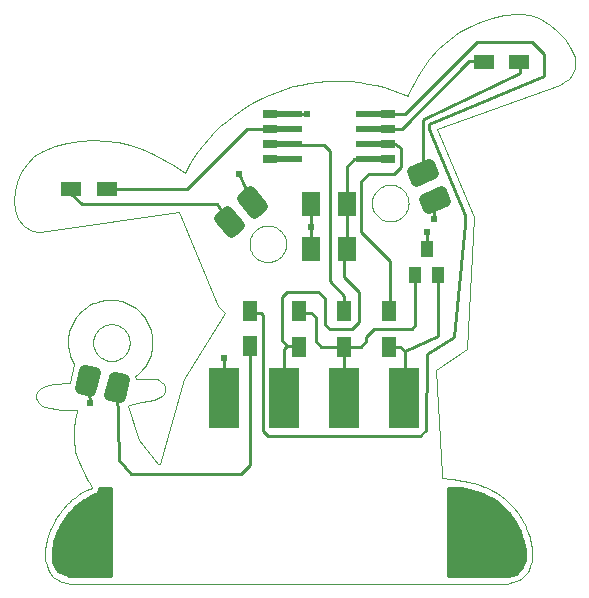
<source format=gbl>
G75*
G70*
%OFA0B0*%
%FSLAX24Y24*%
%IPPOS*%
%LPD*%
%AMOC8*
5,1,8,0,0,1.08239X$1,22.5*
%
%ADD10C,0.0000*%
%ADD11R,0.0450X0.0250*%
%ADD12R,0.0870X0.0240*%
%ADD13C,0.0354*%
%ADD14R,0.1000X0.2000*%
%ADD15R,0.0709X0.0472*%
%ADD16R,0.0472X0.0709*%
%ADD17R,0.0591X0.0787*%
%ADD18R,0.0394X0.0551*%
%ADD19C,0.0240*%
%ADD20C,0.0100*%
%ADD21C,0.0080*%
D10*
X001382Y000617D02*
X001342Y000762D01*
X001315Y000858D01*
X001302Y000906D01*
X001299Y001092D01*
X001296Y001216D01*
X001295Y001278D01*
X001329Y001461D01*
X001352Y001583D01*
X001363Y001644D01*
X001427Y001821D01*
X001469Y001939D01*
X001491Y001998D01*
X001580Y002165D01*
X001640Y002277D01*
X001670Y002333D01*
X001784Y002488D01*
X001859Y002592D01*
X001897Y002643D01*
X002035Y002782D01*
X002126Y002875D01*
X002172Y002921D01*
X002331Y003039D01*
X002438Y003118D01*
X002491Y003157D01*
X002670Y003250D01*
X002789Y003311D01*
X002849Y003342D01*
X002774Y003482D01*
X002724Y003576D01*
X002698Y003623D01*
X002626Y003764D01*
X002578Y003858D01*
X002554Y003905D01*
X002487Y004049D01*
X002442Y004145D01*
X002420Y004192D01*
X002363Y004361D01*
X002325Y004474D01*
X002306Y004530D01*
X002278Y004705D01*
X002259Y004821D01*
X002249Y004879D01*
X002246Y005056D01*
X002245Y005174D01*
X002244Y005232D01*
X002264Y005408D01*
X002277Y005525D01*
X002283Y005584D01*
X002320Y005757D01*
X002345Y005873D01*
X002357Y005931D01*
X002323Y005931D01*
X002045Y005940D01*
X001760Y005946D01*
X001717Y005950D01*
X001591Y005968D01*
X001507Y005981D01*
X001464Y005987D01*
X001300Y006042D01*
X001190Y006079D01*
X001078Y006158D01*
X001028Y006248D01*
X000988Y006338D01*
X000988Y006448D01*
X001048Y006573D01*
X001158Y006668D01*
X001313Y006738D01*
X001548Y006788D01*
X002108Y006838D01*
X002258Y007468D01*
X002221Y007533D01*
X002188Y007600D01*
X002158Y007669D01*
X002132Y007739D01*
X002110Y007810D01*
X002092Y007883D01*
X002077Y007956D01*
X002066Y008030D01*
X002060Y008104D01*
X002057Y008179D01*
X002058Y008254D01*
X002064Y008328D01*
X002073Y008403D01*
X002086Y008476D01*
X002103Y008549D01*
X002124Y008621D01*
X002148Y008691D01*
X002176Y008761D01*
X002208Y008828D01*
X002244Y008894D01*
X002283Y008958D01*
X002325Y009020D01*
X002371Y009079D01*
X002419Y009136D01*
X002471Y009190D01*
X002525Y009241D01*
X002582Y009290D01*
X002641Y009335D01*
X002703Y009377D01*
X002767Y009416D01*
X002833Y009451D01*
X002901Y009483D01*
X002970Y009511D01*
X003041Y009536D01*
X003112Y009556D01*
X003185Y009573D01*
X003259Y009586D01*
X003333Y009595D01*
X003408Y009600D01*
X003483Y009601D01*
X003557Y009598D01*
X003632Y009591D01*
X003706Y009580D01*
X003779Y009566D01*
X003851Y009547D01*
X003923Y009525D01*
X003993Y009498D01*
X004061Y009468D01*
X004128Y009435D01*
X004193Y009398D01*
X004256Y009358D01*
X004317Y009314D01*
X004375Y009267D01*
X004431Y009217D01*
X004484Y009165D01*
X004534Y009109D01*
X004581Y009051D01*
X004625Y008991D01*
X004666Y008928D01*
X004703Y008863D01*
X004737Y008797D01*
X004767Y008728D01*
X004794Y008658D01*
X004817Y008587D01*
X004836Y008515D01*
X004851Y008442D01*
X004862Y008368D01*
X004869Y008293D01*
X004873Y008219D01*
X004872Y008144D01*
X004868Y008069D01*
X004859Y007995D01*
X004847Y007921D01*
X004830Y007848D01*
X004810Y007776D01*
X004786Y007706D01*
X004758Y007636D01*
X004727Y007568D01*
X004692Y007502D01*
X004654Y007438D01*
X004612Y007376D01*
X004567Y007316D01*
X004519Y007259D01*
X004468Y007204D01*
X004414Y007153D01*
X004357Y007104D01*
X004298Y007058D01*
X004308Y006968D01*
X004823Y006978D01*
X005008Y006958D01*
X005083Y006918D01*
X005173Y006878D01*
X005258Y006798D01*
X005298Y006688D01*
X005298Y006568D01*
X005258Y006468D01*
X005188Y006398D01*
X005068Y006328D01*
X004918Y006278D01*
X004538Y006198D01*
X004078Y006108D01*
X004058Y006078D01*
X004418Y004938D01*
X005068Y004128D01*
X005128Y004128D01*
X005908Y006958D01*
X006678Y008198D01*
X007288Y009178D01*
X007048Y009408D01*
X005758Y012538D01*
X001118Y011878D01*
X001098Y011878D01*
X000868Y011898D01*
X000588Y012068D01*
X000398Y012308D01*
X000288Y012588D01*
X000258Y012888D01*
X000288Y013218D01*
X000368Y013538D01*
X000428Y013698D01*
X000498Y013848D01*
X000678Y014138D01*
X000918Y014388D01*
X001218Y014568D01*
X001618Y014728D01*
X002028Y014838D01*
X002448Y014908D01*
X002868Y014928D01*
X002918Y014928D01*
X003308Y014908D01*
X003728Y014848D01*
X004128Y014748D01*
X004518Y014618D01*
X004888Y014468D01*
X005258Y014278D01*
X005608Y014068D01*
X005948Y013838D01*
X008108Y011468D02*
X008110Y011517D01*
X008116Y011566D01*
X008126Y011614D01*
X008139Y011661D01*
X008157Y011707D01*
X008178Y011751D01*
X008202Y011794D01*
X008230Y011834D01*
X008261Y011873D01*
X008295Y011908D01*
X008332Y011941D01*
X008371Y011970D01*
X008413Y011996D01*
X008456Y012019D01*
X008502Y012038D01*
X008548Y012054D01*
X008596Y012066D01*
X008644Y012074D01*
X008693Y012078D01*
X008743Y012078D01*
X008792Y012074D01*
X008840Y012066D01*
X008888Y012054D01*
X008934Y012038D01*
X008980Y012019D01*
X009023Y011996D01*
X009065Y011970D01*
X009104Y011941D01*
X009141Y011908D01*
X009175Y011873D01*
X009206Y011834D01*
X009234Y011794D01*
X009258Y011751D01*
X009279Y011707D01*
X009297Y011661D01*
X009310Y011614D01*
X009320Y011566D01*
X009326Y011517D01*
X009328Y011468D01*
X009326Y011419D01*
X009320Y011370D01*
X009310Y011322D01*
X009297Y011275D01*
X009279Y011229D01*
X009258Y011185D01*
X009234Y011142D01*
X009206Y011102D01*
X009175Y011063D01*
X009141Y011028D01*
X009104Y010995D01*
X009065Y010966D01*
X009023Y010940D01*
X008980Y010917D01*
X008934Y010898D01*
X008888Y010882D01*
X008840Y010870D01*
X008792Y010862D01*
X008743Y010858D01*
X008693Y010858D01*
X008644Y010862D01*
X008596Y010870D01*
X008548Y010882D01*
X008502Y010898D01*
X008456Y010917D01*
X008413Y010940D01*
X008371Y010966D01*
X008332Y010995D01*
X008295Y011028D01*
X008261Y011063D01*
X008230Y011102D01*
X008202Y011142D01*
X008178Y011185D01*
X008157Y011229D01*
X008139Y011275D01*
X008126Y011322D01*
X008116Y011370D01*
X008110Y011419D01*
X008108Y011468D01*
X005948Y013838D02*
X006084Y014082D01*
X006232Y014319D01*
X006391Y014549D01*
X006561Y014770D01*
X006741Y014983D01*
X006932Y015187D01*
X007133Y015382D01*
X007342Y015566D01*
X007561Y015740D01*
X007787Y015903D01*
X008022Y016055D01*
X008263Y016196D01*
X008511Y016324D01*
X008765Y016440D01*
X009024Y016544D01*
X009288Y016635D01*
X009557Y016713D01*
X009828Y016778D01*
X010103Y016830D01*
X010379Y016868D01*
X010657Y016892D01*
X010937Y016903D01*
X011216Y016901D01*
X011495Y016885D01*
X011772Y016855D01*
X012048Y016812D01*
X012322Y016755D01*
X012592Y016685D01*
X012859Y016603D01*
X013121Y016507D01*
X013378Y016398D01*
X013373Y016398D02*
X013768Y017138D01*
X014103Y017623D01*
X014388Y017953D01*
X014608Y018163D01*
X015078Y018513D01*
X015408Y018708D01*
X015798Y018878D01*
X016188Y019003D01*
X016583Y019088D01*
X017018Y019133D01*
X017168Y019133D01*
X017458Y019093D01*
X017748Y018988D01*
X018118Y018773D01*
X018368Y018573D01*
X018613Y018308D01*
X018803Y018038D01*
X018948Y017703D01*
X018958Y017323D01*
X018873Y017098D01*
X018763Y016963D01*
X018588Y016858D01*
X018448Y016768D01*
X014358Y015308D01*
X015578Y012378D01*
X015368Y007968D01*
X014328Y007268D01*
X014528Y003798D01*
X014508Y003678D01*
X014508Y003658D01*
X014809Y003625D01*
X014870Y003619D01*
X015052Y003590D01*
X015174Y003570D01*
X015234Y003561D01*
X015414Y003523D01*
X015534Y003497D01*
X015594Y003484D01*
X015789Y003421D01*
X015919Y003379D01*
X015984Y003358D01*
X016164Y003264D01*
X016283Y003202D01*
X016343Y003171D01*
X016502Y003051D01*
X016608Y002971D01*
X016661Y002932D01*
X016798Y002791D01*
X016889Y002698D01*
X016934Y002651D01*
X017048Y002495D01*
X017123Y002391D01*
X017161Y002339D01*
X017250Y002170D01*
X017310Y002058D01*
X017340Y002002D01*
X017403Y001824D01*
X017446Y001706D01*
X017467Y001647D01*
X017501Y001463D01*
X017524Y001340D01*
X017535Y001279D01*
X017533Y001093D01*
X017531Y000968D01*
X017530Y000906D01*
X017463Y000721D01*
X017419Y000597D01*
X017397Y000535D01*
X017250Y000392D01*
X017152Y000297D01*
X017103Y000250D01*
X016899Y000189D01*
X016762Y000148D01*
X016718Y000138D01*
X002158Y000138D01*
X001993Y000173D01*
X001885Y000191D01*
X001831Y000200D01*
X001694Y000283D01*
X001603Y000338D01*
X001558Y000366D01*
X001470Y000492D01*
X001411Y000575D01*
X001382Y000617D01*
X002894Y008177D02*
X002896Y008226D01*
X002902Y008275D01*
X002912Y008323D01*
X002925Y008370D01*
X002943Y008416D01*
X002964Y008460D01*
X002988Y008503D01*
X003016Y008543D01*
X003047Y008582D01*
X003081Y008617D01*
X003118Y008650D01*
X003157Y008679D01*
X003199Y008705D01*
X003242Y008728D01*
X003288Y008747D01*
X003334Y008763D01*
X003382Y008775D01*
X003430Y008783D01*
X003479Y008787D01*
X003529Y008787D01*
X003578Y008783D01*
X003626Y008775D01*
X003674Y008763D01*
X003720Y008747D01*
X003766Y008728D01*
X003809Y008705D01*
X003851Y008679D01*
X003890Y008650D01*
X003927Y008617D01*
X003961Y008582D01*
X003992Y008543D01*
X004020Y008503D01*
X004044Y008460D01*
X004065Y008416D01*
X004083Y008370D01*
X004096Y008323D01*
X004106Y008275D01*
X004112Y008226D01*
X004114Y008177D01*
X004112Y008128D01*
X004106Y008079D01*
X004096Y008031D01*
X004083Y007984D01*
X004065Y007938D01*
X004044Y007894D01*
X004020Y007851D01*
X003992Y007811D01*
X003961Y007772D01*
X003927Y007737D01*
X003890Y007704D01*
X003851Y007675D01*
X003809Y007649D01*
X003766Y007626D01*
X003720Y007607D01*
X003674Y007591D01*
X003626Y007579D01*
X003578Y007571D01*
X003529Y007567D01*
X003479Y007567D01*
X003430Y007571D01*
X003382Y007579D01*
X003334Y007591D01*
X003288Y007607D01*
X003242Y007626D01*
X003199Y007649D01*
X003157Y007675D01*
X003118Y007704D01*
X003081Y007737D01*
X003047Y007772D01*
X003016Y007811D01*
X002988Y007851D01*
X002964Y007894D01*
X002943Y007938D01*
X002925Y007984D01*
X002912Y008031D01*
X002902Y008079D01*
X002896Y008128D01*
X002894Y008177D01*
X012188Y012828D02*
X012190Y012877D01*
X012196Y012926D01*
X012206Y012974D01*
X012219Y013021D01*
X012237Y013067D01*
X012258Y013111D01*
X012282Y013154D01*
X012310Y013194D01*
X012341Y013233D01*
X012375Y013268D01*
X012412Y013301D01*
X012451Y013330D01*
X012493Y013356D01*
X012536Y013379D01*
X012582Y013398D01*
X012628Y013414D01*
X012676Y013426D01*
X012724Y013434D01*
X012773Y013438D01*
X012823Y013438D01*
X012872Y013434D01*
X012920Y013426D01*
X012968Y013414D01*
X013014Y013398D01*
X013060Y013379D01*
X013103Y013356D01*
X013145Y013330D01*
X013184Y013301D01*
X013221Y013268D01*
X013255Y013233D01*
X013286Y013194D01*
X013314Y013154D01*
X013338Y013111D01*
X013359Y013067D01*
X013377Y013021D01*
X013390Y012974D01*
X013400Y012926D01*
X013406Y012877D01*
X013408Y012828D01*
X013406Y012779D01*
X013400Y012730D01*
X013390Y012682D01*
X013377Y012635D01*
X013359Y012589D01*
X013338Y012545D01*
X013314Y012502D01*
X013286Y012462D01*
X013255Y012423D01*
X013221Y012388D01*
X013184Y012355D01*
X013145Y012326D01*
X013103Y012300D01*
X013060Y012277D01*
X013014Y012258D01*
X012968Y012242D01*
X012920Y012230D01*
X012872Y012222D01*
X012823Y012218D01*
X012773Y012218D01*
X012724Y012222D01*
X012676Y012230D01*
X012628Y012242D01*
X012582Y012258D01*
X012536Y012277D01*
X012493Y012300D01*
X012451Y012326D01*
X012412Y012355D01*
X012375Y012388D01*
X012341Y012423D01*
X012310Y012462D01*
X012282Y012502D01*
X012258Y012545D01*
X012237Y012589D01*
X012219Y012635D01*
X012206Y012682D01*
X012196Y012730D01*
X012190Y012779D01*
X012188Y012828D01*
D11*
X012708Y014288D03*
X012708Y014788D03*
X012708Y015288D03*
X012708Y015788D03*
X008783Y015788D03*
X008783Y015288D03*
X008783Y014788D03*
X008783Y014288D03*
D12*
X009428Y014288D03*
X009428Y014788D03*
X009428Y015288D03*
X009428Y015788D03*
X012078Y015788D03*
X012078Y015288D03*
X012078Y014788D03*
X012078Y014288D03*
D13*
X014089Y014144D02*
X014233Y013822D01*
X013659Y013566D01*
X013515Y013888D01*
X014089Y014144D01*
X014190Y013919D02*
X013585Y013919D01*
X014495Y013230D02*
X014639Y012908D01*
X014065Y012652D01*
X013921Y012974D01*
X014495Y013230D01*
X014596Y013005D02*
X013991Y013005D01*
X008135Y013217D02*
X007863Y012989D01*
X008135Y013217D02*
X008539Y012735D01*
X008267Y012507D01*
X007863Y012989D01*
X007971Y012860D02*
X008434Y012860D01*
X008138Y013213D02*
X008130Y013213D01*
X007369Y012574D02*
X007097Y012346D01*
X007369Y012574D02*
X007773Y012092D01*
X007501Y011864D01*
X007097Y012346D01*
X007205Y012217D02*
X007668Y012217D01*
X007372Y012570D02*
X007364Y012570D01*
X002803Y006579D02*
X002459Y006658D01*
X002601Y007271D01*
X002945Y007192D01*
X002803Y006579D01*
X002885Y006932D02*
X002522Y006932D01*
X003434Y006433D02*
X003778Y006354D01*
X003434Y006433D02*
X003576Y007046D01*
X003920Y006967D01*
X003778Y006354D01*
X003860Y006707D02*
X003497Y006707D01*
D14*
X007258Y006326D03*
X009258Y006326D03*
X011258Y006326D03*
X013258Y006326D03*
D15*
X003348Y013288D03*
X002168Y013288D03*
X015918Y017538D03*
X017098Y017538D03*
D16*
X012758Y009219D03*
X012758Y008039D03*
X011258Y008039D03*
X011258Y009219D03*
X009758Y009219D03*
X009758Y008039D03*
X008132Y008056D03*
X008132Y009237D03*
D17*
X010168Y011288D03*
X011349Y011288D03*
X011349Y012788D03*
X010168Y012788D03*
D18*
X013634Y010446D03*
X014382Y010446D03*
X014008Y011312D03*
D19*
X014008Y011879D03*
X014258Y012288D03*
X010158Y012038D03*
X007758Y013788D03*
X010008Y015788D03*
X007258Y007656D03*
X002788Y006178D03*
D20*
X002779Y006229D01*
X002702Y006925D01*
X003677Y006700D02*
X003764Y004263D01*
X004158Y003788D01*
X007812Y003788D01*
X008132Y004108D01*
X008132Y008056D01*
X007258Y007656D02*
X007258Y006326D01*
X008558Y005216D02*
X008558Y009099D01*
X008478Y009179D01*
X008190Y009179D01*
X009199Y009697D02*
X009199Y008257D01*
X009358Y008059D01*
X009738Y008059D01*
X009758Y008039D01*
X009358Y008059D02*
X009258Y007959D01*
X009258Y006326D01*
X008558Y005216D02*
X008718Y005056D01*
X013838Y005056D01*
X013998Y005216D02*
X014010Y007780D01*
X014929Y008367D01*
X015291Y012114D01*
X015278Y012428D01*
X014078Y015308D01*
X014078Y015468D01*
X017928Y017068D01*
X017928Y017788D01*
X017518Y018198D01*
X015688Y018198D01*
X015358Y017868D01*
X013281Y015788D01*
X012078Y015788D01*
X012078Y015288D02*
X013178Y015288D01*
X015438Y017548D01*
X015918Y017538D01*
X017098Y017538D02*
X017118Y017148D01*
X013918Y015628D01*
X013874Y015584D01*
X013874Y013855D01*
X013158Y014038D02*
X013158Y014663D01*
X012958Y014788D01*
X012078Y014788D01*
X012078Y014288D02*
X011598Y014288D01*
X011349Y014039D01*
X011349Y012788D01*
X011349Y011288D01*
X011258Y011198D01*
X011258Y010379D01*
X011758Y009879D01*
X011758Y008879D01*
X011508Y008629D01*
X010788Y008629D01*
X010638Y008779D01*
X010638Y009656D01*
X010398Y009857D01*
X009359Y009857D01*
X009199Y009697D01*
X009758Y009219D02*
X009798Y009179D01*
X010158Y009179D01*
X010318Y009019D01*
X010318Y008219D01*
X010498Y008039D01*
X011258Y008039D01*
X011818Y008039D01*
X011998Y008219D01*
X011998Y008369D01*
X012258Y008629D01*
X013508Y008629D01*
X013634Y008755D01*
X013634Y010446D01*
X014382Y010446D02*
X014382Y008412D01*
X013278Y007899D01*
X013278Y006346D01*
X013258Y006326D01*
X013278Y007899D02*
X013138Y008039D01*
X012758Y008039D01*
X012758Y009219D02*
X012798Y009259D01*
X012798Y010908D01*
X011838Y011868D01*
X011838Y013548D01*
X012078Y013788D01*
X012908Y013788D01*
X013158Y014038D01*
X014280Y012941D02*
X014258Y012328D01*
X014258Y012288D01*
X014008Y011879D02*
X014008Y011312D01*
X011258Y009745D02*
X011258Y009219D01*
X011258Y009745D02*
X010782Y010221D01*
X010782Y014552D01*
X010585Y014749D01*
X009467Y014749D01*
X009428Y014788D01*
X009388Y014748D01*
X009428Y015288D02*
X008008Y015288D01*
X006008Y013288D01*
X003348Y013288D01*
X002508Y012788D02*
X007008Y012788D01*
X007435Y012219D01*
X008201Y012862D02*
X007758Y013788D01*
X009428Y015788D02*
X010008Y015788D01*
X010168Y012788D02*
X010168Y012048D01*
X010158Y012038D01*
X010168Y012029D01*
X010168Y011288D01*
X011258Y008039D02*
X011258Y006326D01*
X014719Y003332D02*
X014719Y000388D01*
X016690Y000388D01*
X016699Y000390D01*
X016875Y000443D01*
X016875Y000443D01*
X016973Y000472D01*
X016980Y000479D01*
X017014Y000511D01*
X017014Y000511D01*
X017041Y000537D01*
X017041Y000537D01*
X017101Y000596D01*
X017183Y000678D01*
X017200Y000727D01*
X017245Y000851D01*
X017245Y000851D01*
X017278Y000944D01*
X017278Y001297D01*
X017277Y001302D01*
X017265Y001368D01*
X017225Y001581D01*
X017204Y001639D01*
X017168Y001740D01*
X017117Y001881D01*
X017061Y001994D01*
X017053Y002009D01*
X017053Y002009D01*
X017008Y002093D01*
X017006Y002097D01*
X017006Y002097D01*
X016948Y002206D01*
X016916Y002251D01*
X016892Y002284D01*
X016892Y002284D01*
X016865Y002321D01*
X016745Y002487D01*
X016466Y002765D01*
X016450Y002778D01*
X016312Y002881D01*
X016312Y002881D01*
X016209Y002959D01*
X016168Y002980D01*
X016047Y003043D01*
X015887Y003127D01*
X015834Y003144D01*
X015795Y003157D01*
X015795Y003157D01*
X015699Y003188D01*
X015530Y003243D01*
X015460Y003257D01*
X015411Y003268D01*
X015411Y003268D01*
X015188Y003315D01*
X015183Y003316D01*
X015183Y003316D01*
X015084Y003332D01*
X014719Y003332D01*
X014719Y003237D02*
X015546Y003237D01*
X015850Y003139D02*
X014719Y003139D01*
X014719Y003040D02*
X016053Y003040D01*
X016231Y002942D02*
X014719Y002942D01*
X014719Y002843D02*
X016362Y002843D01*
X016487Y002745D02*
X014719Y002745D01*
X014719Y002646D02*
X016585Y002646D01*
X016684Y002548D02*
X014719Y002548D01*
X014719Y002449D02*
X016772Y002449D01*
X016844Y002350D02*
X014719Y002350D01*
X014719Y002252D02*
X016915Y002252D01*
X016976Y002153D02*
X014719Y002153D01*
X014719Y002055D02*
X017028Y002055D01*
X017080Y001956D02*
X014719Y001956D01*
X014719Y001858D02*
X017126Y001858D01*
X017161Y001759D02*
X014719Y001759D01*
X014719Y001661D02*
X017196Y001661D01*
X017228Y001562D02*
X014719Y001562D01*
X014719Y001464D02*
X017247Y001464D01*
X017265Y001365D02*
X014719Y001365D01*
X014719Y001266D02*
X017278Y001266D01*
X017278Y001168D02*
X014719Y001168D01*
X014719Y001069D02*
X017278Y001069D01*
X017278Y000971D02*
X014719Y000971D01*
X014719Y000872D02*
X017252Y000872D01*
X017217Y000774D02*
X014719Y000774D01*
X014719Y000675D02*
X017180Y000675D01*
X017081Y000577D02*
X014719Y000577D01*
X014719Y000478D02*
X016979Y000478D01*
X003498Y000478D02*
X001922Y000478D01*
X002041Y000419D02*
X001727Y000576D01*
X001692Y000610D01*
X001664Y000650D01*
X001611Y000725D01*
X001596Y000781D01*
X001571Y000869D01*
X001569Y000877D01*
X001556Y000924D01*
X001551Y000942D01*
X001549Y001046D01*
X001549Y001046D01*
X001548Y001132D01*
X001548Y001146D01*
X001546Y001216D01*
X001546Y001257D01*
X001584Y001464D01*
X001606Y001579D01*
X001645Y001690D01*
X001645Y001690D01*
X001650Y001703D01*
X001679Y001783D01*
X001679Y001783D01*
X001704Y001853D01*
X001720Y001896D01*
X001777Y002004D01*
X001777Y002004D01*
X001803Y002053D01*
X001824Y002091D01*
X001824Y002091D01*
X001858Y002155D01*
X001882Y002199D01*
X001960Y002306D01*
X002031Y002404D01*
X002032Y002404D01*
X002088Y002481D01*
X002177Y002571D01*
X002178Y002571D01*
X002269Y002664D01*
X002336Y002732D01*
X002472Y002832D01*
X002546Y002888D01*
X002547Y002888D01*
X002589Y002919D01*
X002624Y002945D01*
X002829Y003050D01*
X002829Y003050D01*
X002860Y003067D01*
X002903Y003089D01*
X002921Y003098D01*
X002923Y003098D01*
X002967Y003122D01*
X003008Y003143D01*
X003009Y003145D01*
X003011Y003145D01*
X003042Y003183D01*
X003072Y003219D01*
X003073Y003221D01*
X003074Y003222D01*
X003088Y003268D01*
X003102Y003314D01*
X003102Y003316D01*
X003103Y003318D01*
X003101Y003330D01*
X003105Y003332D01*
X003498Y003332D01*
X003498Y000388D01*
X002184Y000388D01*
X002088Y000409D01*
X002083Y000411D01*
X002041Y000419D01*
X001726Y000577D02*
X003498Y000577D01*
X003498Y000675D02*
X001647Y000675D01*
X001598Y000774D02*
X003498Y000774D01*
X003498Y000872D02*
X001571Y000872D01*
X001596Y000781D02*
X001596Y000781D01*
X001551Y000971D02*
X003498Y000971D01*
X003498Y001069D02*
X001549Y001069D01*
X001547Y001168D02*
X003498Y001168D01*
X003498Y001266D02*
X001547Y001266D01*
X001566Y001365D02*
X003498Y001365D01*
X003498Y001464D02*
X001584Y001464D01*
X001602Y001562D02*
X003498Y001562D01*
X003498Y001661D02*
X001635Y001661D01*
X001670Y001759D02*
X003498Y001759D01*
X003498Y001858D02*
X001706Y001858D01*
X001752Y001956D02*
X003498Y001956D01*
X003498Y002055D02*
X001804Y002055D01*
X001857Y002153D02*
X003498Y002153D01*
X003498Y002252D02*
X001920Y002252D01*
X001992Y002350D02*
X003498Y002350D01*
X003498Y002449D02*
X002065Y002449D01*
X002154Y002548D02*
X003498Y002548D01*
X003498Y002646D02*
X002251Y002646D01*
X002269Y002664D02*
X002269Y002664D01*
X002353Y002745D02*
X003498Y002745D01*
X003498Y002843D02*
X002486Y002843D01*
X002620Y002942D02*
X003498Y002942D01*
X003498Y003040D02*
X002809Y003040D01*
X002860Y003067D02*
X002860Y003067D01*
X003000Y003139D02*
X003498Y003139D01*
X003498Y003237D02*
X003078Y003237D01*
X002508Y012788D02*
X002168Y013129D01*
X002168Y013288D01*
D21*
X008132Y009237D02*
X008190Y009179D01*
X013838Y005056D02*
X013998Y005216D01*
M02*

</source>
